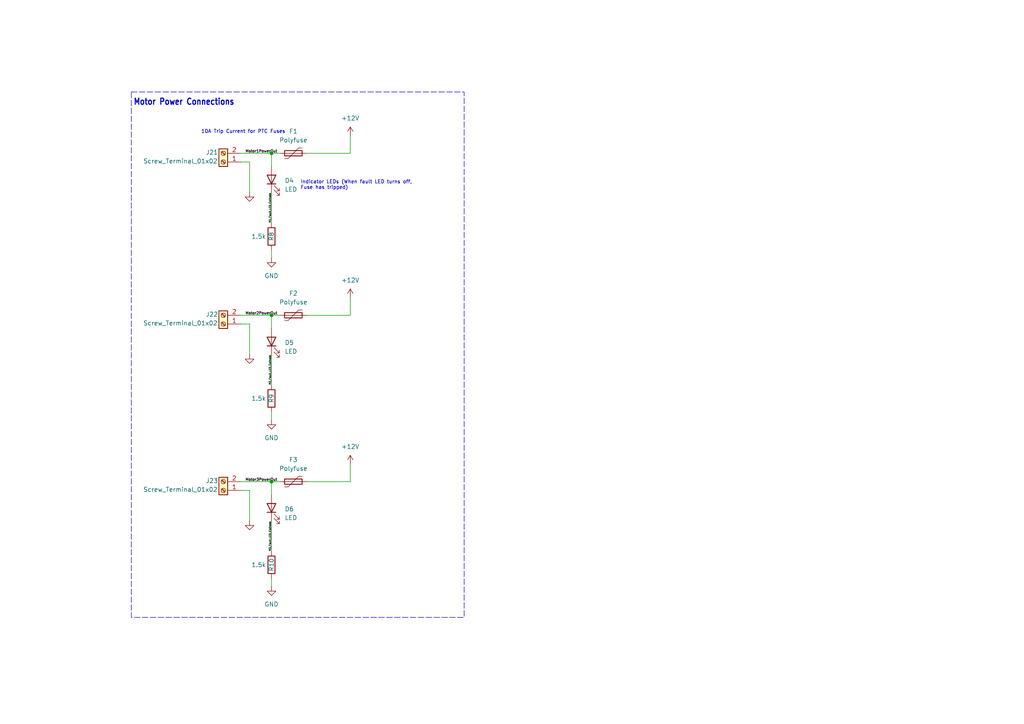
<source format=kicad_sch>
(kicad_sch (version 20231120) (generator "eeschema") (generator_version "8.0")
  (paper "A4")
  (title_block (title "ECE445_MainBoard") (date "2024-04-05") (rev "2") (company "University of Illinois Urbana-Champaign") (comment 1 "ECE 445: Senior Design Lab") (comment 2 "Rutvik Sayankar"))
  (lib_symbols
    (symbol "Connector:Screw_Terminal_01x02" (pin_names (offset 1.016) hide)
      (property "Reference" "J" (at 0 2.54 0))
      (property "Value" "Screw_Terminal_01x02" (at 0 -5.08 0))
      (symbol "Screw_Terminal_01x02_1_1"
        (rectangle (start -1.27 1.27) (end 1.27 -3.81) (stroke (width 0.254)) (fill (type background)))
        (circle (center 0 -2.54) (radius 0.635) (stroke (width 0.1524)))
        (polyline (pts (xy -0.5334 -2.2098) (xy 0.3302 -3.048)) (stroke (width 0.1524)))
        (polyline (pts (xy -0.5334 0.3302) (xy 0.3302 -0.508)) (stroke (width 0.1524)))
        (polyline (pts (xy -0.3556 -2.032) (xy 0.508 -2.8702)) (stroke (width 0.1524)))
        (polyline (pts (xy -0.3556 0.508) (xy 0.508 -0.3302)) (stroke (width 0.1524)))
        (circle (center 0 0) (radius 0.635) (stroke (width 0.1524)))
        (pin passive line (at -5.08 0 0) (length 3.81) (name "Pin_1") (number "1"))
        (pin passive line (at -5.08 -2.54 0) (length 3.81) (name "Pin_2") (number "2"))
      )
    )
    (symbol "Device:LED" (pin_numbers hide) (pin_names (offset 1.016) hide)
      (property "Reference" "D" (at 0 2.54 0))
      (property "Value" "LED" (at 0 -2.54 0))
      (symbol "LED_0_1"
        (polyline (pts (xy -1.27 -1.27) (xy -1.27 1.27)) (stroke (width 0.254)))
        (polyline (pts (xy -1.27 0) (xy 1.27 0)))
        (polyline (pts (xy 1.27 -1.27) (xy 1.27 1.27) (xy -1.27 0) (xy 1.27 -1.27)) (stroke (width 0.254)))
        (polyline (pts (xy -3.048 -0.762) (xy -4.572 -2.286) (xy -3.81 -2.286) (xy -4.572 -2.286) (xy -4.572 -1.524)))
        (polyline (pts (xy -1.778 -0.762) (xy -3.302 -2.286) (xy -2.54 -2.286) (xy -3.302 -2.286) (xy -3.302 -1.524)))
      )
      (symbol "LED_1_1"
        (pin passive line (at -3.81 0 0) (length 2.54) (name "K") (number "1"))
        (pin passive line (at 3.81 0 180) (length 2.54) (name "A") (number "2"))
      )
    )
    (symbol "Device:Polyfuse" (pin_numbers hide) (pin_names (offset 0))
      (property "Reference" "F" (at -2.54 0 90))
      (property "Value" "Polyfuse" (at 2.54 0 90))
      (symbol "Polyfuse_0_1"
        (rectangle (start -0.762 2.54) (end 0.762 -2.54) (stroke (width 0.254)))
        (polyline (pts (xy 0 2.54) (xy 0 -2.54)))
        (polyline (pts (xy -1.524 2.54) (xy -1.524 1.524) (xy 1.524 -1.524) (xy 1.524 -2.54)))
      )
      (symbol "Polyfuse_1_1"
        (pin passive line (at 0 3.81 270) (length 1.27) (name "~") (number "1"))
        (pin passive line (at 0 -3.81 90) (length 1.27) (name "~") (number "2"))
      )
    )
    (symbol "basic:R" (pin_numbers hide) (pin_names (offset 0))
      (property "Value" "R" (at 0 0 90))
      (symbol "R_0_1"
        (rectangle (start -1.016 -2.54) (end 1.016 2.54) (stroke (width 0.254)))
      )
      (symbol "R_1_1"
        (pin passive line (at 0 3.81 270) (length 1.27) (name "~") (number "1"))
        (pin passive line (at 0 -3.81 90) (length 1.27) (name "~") (number "2"))
      )
    )
    (symbol "power:+12V" (power) (pin_numbers hide) (pin_names (offset 0) hide)
      (property "Value" "+12V" (at 0 3.556 0))
      (symbol "+12V_0_1"
        (polyline (pts (xy -0.762 1.27) (xy 0 2.54)))
        (polyline (pts (xy 0 0) (xy 0 2.54)))
        (polyline (pts (xy 0 2.54) (xy 0.762 1.27)))
      )
      (symbol "+12V_1_1"
        (pin power_in line (at 0 0 90) (length 0) (name "~") (number "1"))
      )
    )
    (symbol "power:GND" (power) (pin_numbers hide) (pin_names (offset 0) hide)
      (property "Value" "GND" (at 0 -3.81 0))
      (symbol "GND_0_1"
        (polyline (pts (xy 0 0) (xy 0 -1.27) (xy 1.27 -1.27) (xy 0 -2.54) (xy -1.27 -1.27) (xy 0 -1.27)))
      )
      (symbol "GND_1_1"
        (pin power_in line (at 0 0 270) (length 0) (name "~") (number "1"))
      )
    )
  )
  (junction (at 78.74 91.44))
  (junction (at 78.74 44.45))
  (junction (at 78.74 139.7))
  (wire (pts (xy 78.74 72.39) (xy 78.74 74.93)))
  (wire (pts (xy 69.85 44.45) (xy 78.74 44.45)))
  (wire (pts (xy 78.74 91.44) (xy 78.74 95.25)))
  (wire (pts (xy 78.74 151.13) (xy 78.74 160.02)))
  (wire (pts (xy 101.6 134.62) (xy 101.6 139.7)))
  (wire (pts (xy 72.39 142.24) (xy 69.85 142.24)))
  (wire (pts (xy 101.6 39.37) (xy 101.6 44.45)))
  (wire (pts (xy 78.74 91.44) (xy 81.28 91.44)))
  (wire (pts (xy 78.74 44.45) (xy 78.74 48.26)))
  (wire (pts (xy 72.39 151.13) (xy 72.39 142.24)))
  (wire (pts (xy 69.85 91.44) (xy 78.74 91.44)))
  (wire (pts (xy 101.6 86.36) (xy 101.6 91.44)))
  (wire (pts (xy 72.39 55.88) (xy 72.39 46.99)))
  (wire (pts (xy 78.74 167.64) (xy 78.74 170.18)))
  (wire (pts (xy 72.39 93.98) (xy 69.85 93.98)))
  (wire (pts (xy 72.39 102.87) (xy 72.39 93.98)))
  (wire (pts (xy 78.74 119.38) (xy 78.74 121.92)))
  (wire (pts (xy 78.74 139.7) (xy 81.28 139.7)))
  (wire (pts (xy 88.9 44.45) (xy 101.6 44.45)))
  (wire (pts (xy 78.74 44.45) (xy 81.28 44.45)))
  (wire (pts (xy 78.74 55.88) (xy 78.74 64.77)))
  (wire (pts (xy 78.74 102.87) (xy 78.74 111.76)))
  (wire (pts (xy 78.74 139.7) (xy 78.74 143.51)))
  (wire (pts (xy 69.85 139.7) (xy 78.74 139.7)))
  (wire (pts (xy 88.9 139.7) (xy 101.6 139.7)))
  (wire (pts (xy 88.9 91.44) (xy 101.6 91.44)))
  (wire (pts (xy 72.39 46.99) (xy 69.85 46.99)))
  (rectangle (start 38.1 26.67) (end 134.62 179.07) (stroke (width 0) (type dash)))
  (text "Indicator LEDs (When fault LED turns off, \nFuse has tripped)" (at 87.122 55.118 0) (effects (font (size 1.016 1.016)) (justify left bottom)))
  (text "Motor Power Connections" (at 68.072 30.734 0) (effects (font (size 1.778 1.5113) (thickness 0.3023) (bold yes)) (justify right bottom)))
  (text "10A Trip Current for PTC Fuses" (at 82.804 38.862 0) (effects (font (size 1.016 1.016)) (justify right bottom)))
  (label "M2_Fault_LED_Cathode" (at 78.74 102.87 270) (effects (font (size 0.508 0.508))))
  (label "Motor1PowerOut" (at 71.12 44.45 0) (effects (font (size 0.762 0.762))))
  (label "Motor3PowerOut" (at 71.12 139.7 0) (effects (font (size 0.762 0.762))))
  (label "M3_Fault_LED_Cathode" (at 78.74 151.13 270) (effects (font (size 0.508 0.508))))
  (label "Motor2PowerOut" (at 71.12 91.44 0) (effects (font (size 0.762 0.762))))
  (label "M1_Fault_LED_Cathode" (at 78.74 55.88 270) (effects (font (size 0.508 0.508))))
  (symbol (lib_id "basic:R") (at 78.74 163.83 0) (unit 1)
    (property "Reference" "R10" (at 78.74 163.83 90))
    (property "Value" "1.5k" (at 72.898 163.83 0) (effects (justify left)))
    (property "Footprint" "Resistor_SMD:R_0603_1608Metric" (effects (hide yes)))
    (property "Datasheet" "https://www.digikey.com/en/products/detail/yageo/RC0603JR-071K5L/726689" (effects (hide yes)))
    (property "Description" "1.5 kOhms ±5% 0.1W, 1/10W Chip Resistor 0603 (1608 Metric) Moisture Resistant Thick Film" (effects (hide yes)))
  )
  (symbol (lib_id "Device:Polyfuse") (at 85.09 44.45 90) (unit 1)
    (property "Reference" "F1" (at 85.09 38.1 90))
    (property "Value" "Polyfuse" (at 85.09 40.64 90))
    (property "Footprint" "Fuse:Fuse_2920_7451Metric" (effects (hide yes)))
    (property "Datasheet" "https://www.digikey.com/en/products/detail/yageo/SMD2920B500TF-16/15212952" (effects (hide yes)))
    (property "Description" "  Polymeric PTC Resettable Fuse 16V 5 A Ih Surface Mount 2920 (7351 Metric), Concave" (effects (hide yes)))
  )
  (symbol (lib_id "Device:Polyfuse") (at 85.09 139.7 90) (unit 1)
    (property "Reference" "F3" (at 85.09 133.35 90))
    (property "Value" "Polyfuse" (at 85.09 135.89 90))
    (property "Footprint" "Fuse:Fuse_2920_7451Metric" (effects (hide yes)))
    (property "Datasheet" "https://www.digikey.com/en/products/detail/yageo/SMD2920B500TF-16/15212952" (effects (hide yes)))
    (property "Description" "  Polymeric PTC Resettable Fuse 16V 5 A Ih Surface Mount 2920 (7351 Metric), Concave" (effects (hide yes)))
  )
  (symbol (lib_id "Device:Polyfuse") (at 85.09 91.44 90) (unit 1)
    (property "Reference" "F2" (at 85.09 85.09 90))
    (property "Value" "Polyfuse" (at 85.09 87.63 90))
    (property "Footprint" "Fuse:Fuse_2920_7451Metric" (effects (hide yes)))
    (property "Datasheet" "https://www.digikey.com/en/products/detail/yageo/SMD2920B500TF-16/15212952" (effects (hide yes)))
    (property "Description" "  Polymeric PTC Resettable Fuse 16V 5 A Ih Surface Mount 2920 (7351 Metric), Concave" (effects (hide yes)))
  )
  (symbol (lib_id "basic:R") (at 78.74 68.58 0) (unit 1)
    (property "Reference" "R8" (at 78.74 68.58 90))
    (property "Value" "1.5k" (at 72.898 68.58 0) (effects (justify left)))
    (property "Footprint" "Resistor_SMD:R_0603_1608Metric" (effects (hide yes)))
    (property "Datasheet" "https://www.digikey.com/en/products/detail/yageo/RC0603JR-071K5L/726689" (effects (hide yes)))
    (property "Description" "1.5 kOhms ±5% 0.1W, 1/10W Chip Resistor 0603 (1608 Metric) Moisture Resistant Thick Film" (effects (hide yes)))
  )
  (symbol (lib_id "power:+12V") (at 101.6 86.36 0) (unit 1)
    (property "Reference" "#PWR048" (effects (hide yes)))
    (property "Value" "+12V" (at 101.6 81.28 0))
    (property "Description" "Power symbol creates a global label with name \"+12V\"" (effects (hide yes)))
  )
  (symbol (lib_id "Device:LED") (at 78.74 52.07 90) (unit 1)
    (property "Reference" "D4" (at 82.55 52.3874 90) (effects (justify right)))
    (property "Value" "LED" (at 82.55 54.9274 90) (effects (justify right)))
    (property "Footprint" "LED_SMD:LED_0603_1608Metric" (effects (hide yes)))
    (property "Datasheet" "https://www.digikey.com/en/products/detail/w%C3%BCrth-elektronik/150060GS75000/4489898" (effects (hide yes)))
    (property "Description" "Green 520nm LED Indication - Discrete 3.2V 0603 (1608 Metric)" (effects (hide yes)))
  )
  (symbol (lib_id "Device:LED") (at 78.74 99.06 90) (unit 1)
    (property "Reference" "D5" (at 82.55 99.3774 90) (effects (justify right)))
    (property "Value" "LED" (at 82.55 101.9174 90) (effects (justify right)))
    (property "Footprint" "LED_SMD:LED_0603_1608Metric" (effects (hide yes)))
    (property "Datasheet" "https://www.digikey.com/en/products/detail/w%C3%BCrth-elektronik/150060GS75000/4489898" (effects (hide yes)))
    (property "Description" "Green 520nm LED Indication - Discrete 3.2V 0603 (1608 Metric)" (effects (hide yes)))
  )
  (symbol (lib_id "power:GND") (at 78.74 74.93 0) (unit 1)
    (property "Reference" "#PWR047" (effects (hide yes)))
    (property "Value" "GND" (at 78.74 80.01 0))
    (property "Description" "Power symbol creates a global label with name \"GND\" , ground" (effects (hide yes)))
  )
  (symbol (lib_id "basic:R") (at 78.74 115.57 0) (unit 1)
    (property "Reference" "R9" (at 78.74 115.57 90))
    (property "Value" "1.5k" (at 72.898 115.57 0) (effects (justify left)))
    (property "Footprint" "Resistor_SMD:R_0603_1608Metric" (effects (hide yes)))
    (property "Datasheet" "https://www.digikey.com/en/products/detail/yageo/RC0603JR-071K5L/726689" (effects (hide yes)))
    (property "Description" "1.5 kOhms ±5% 0.1W, 1/10W Chip Resistor 0603 (1608 Metric) Moisture Resistant Thick Film" (effects (hide yes)))
  )
  (symbol (lib_id "Device:LED") (at 78.74 147.32 90) (unit 1)
    (property "Reference" "D6" (at 82.55 147.6374 90) (effects (justify right)))
    (property "Value" "LED" (at 82.55 150.1774 90) (effects (justify right)))
    (property "Footprint" "LED_SMD:LED_0603_1608Metric" (effects (hide yes)))
    (property "Datasheet" "https://www.digikey.com/en/products/detail/w%C3%BCrth-elektronik/150060GS75000/4489898" (effects (hide yes)))
    (property "Description" "Green 520nm LED Indication - Discrete 3.2V 0603 (1608 Metric)" (effects (hide yes)))
  )
  (symbol (lib_id "power:GND") (at 72.39 55.88 0) (unit 1)
    (property "Reference" "#PWR046" (effects (hide yes)))
    (property "Value" "GND" (effects (hide yes)))
  )
  (symbol (lib_id "Connector:Screw_Terminal_01x02") (at 64.77 142.24 180) (unit 1)
    (property "Reference" "J23" (at 61.468 139.446 0))
    (property "Value" "Screw_Terminal_01x02" (at 52.324 141.986 0))
    (property "Footprint" "CustomFootprints:PHOENIX_1017521" (effects (hide yes)))
    (property "Datasheet" "https://www.digikey.com/en/products/detail/phoenix-contact/1017521/9346615" (effects (hide yes)))
    (property "Description" "2 Position Wire to Board Terminal Block Horizontal with Board 0.250\" (6.35mm) Through Hole" (effects (hide yes)))
  )
  (symbol (lib_id "power:GND") (at 78.74 170.18 0) (unit 1)
    (property "Reference" "#PWR053" (effects (hide yes)))
    (property "Value" "GND" (at 78.74 175.26 0))
    (property "Description" "Power symbol creates a global label with name \"GND\" , ground" (effects (hide yes)))
  )
  (symbol (lib_id "Connector:Screw_Terminal_01x02") (at 64.77 46.99 180) (unit 1)
    (property "Reference" "J21" (at 61.468 44.196 0))
    (property "Value" "Screw_Terminal_01x02" (at 52.324 46.736 0))
    (property "Footprint" "CustomFootprints:PHOENIX_1017521" (effects (hide yes)))
    (property "Datasheet" "https://www.digikey.com/en/products/detail/phoenix-contact/1017521/9346615" (effects (hide yes)))
    (property "Description" "2 Position Wire to Board Terminal Block Horizontal with Board 0.250\" (6.35mm) Through Hole" (effects (hide yes)))
  )
  (symbol (lib_id "power:GND") (at 78.74 121.92 0) (unit 1)
    (property "Reference" "#PWR050" (effects (hide yes)))
    (property "Value" "GND" (at 78.74 127 0))
    (property "Description" "Power symbol creates a global label with name \"GND\" , ground" (effects (hide yes)))
  )
  (symbol (lib_id "Connector:Screw_Terminal_01x02") (at 64.77 93.98 180) (unit 1)
    (property "Reference" "J22" (at 61.468 91.186 0))
    (property "Value" "Screw_Terminal_01x02" (at 52.324 93.726 0))
    (property "Footprint" "CustomFootprints:PHOENIX_1017521" (effects (hide yes)))
    (property "Datasheet" "https://www.digikey.com/en/products/detail/phoenix-contact/1017521/9346615" (effects (hide yes)))
    (property "Description" "2 Position Wire to Board Terminal Block Horizontal with Board 0.250\" (6.35mm) Through Hole" (effects (hide yes)))
  )
  (symbol (lib_id "power:+12V") (at 101.6 134.62 0) (unit 1)
    (property "Reference" "#PWR051" (effects (hide yes)))
    (property "Value" "+12V" (at 101.6 129.54 0))
    (property "Description" "Power symbol creates a global label with name \"+12V\"" (effects (hide yes)))
  )
  (symbol (lib_id "power:GND") (at 72.39 102.87 0) (unit 1)
    (property "Reference" "#PWR049" (effects (hide yes)))
    (property "Value" "GND" (effects (hide yes)))
  )
  (symbol (lib_id "power:GND") (at 72.39 151.13 0) (unit 1)
    (property "Reference" "#PWR052" (effects (hide yes)))
    (property "Value" "GND" (effects (hide yes)))
  )
  (symbol (lib_id "power:+12V") (at 101.6 39.37 0) (unit 1)
    (property "Reference" "#PWR045" (effects (hide yes)))
    (property "Value" "+12V" (at 101.6 34.29 0))
    (property "Description" "Power symbol creates a global label with name \"+12V\"" (effects (hide yes)))
  )
)
</source>
